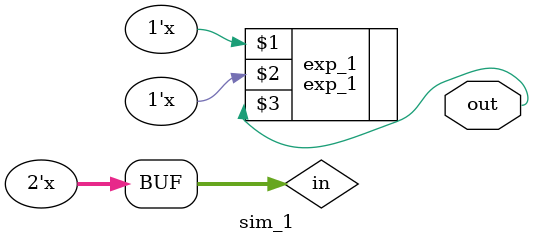
<source format=v>
`timescale 1ns / 1ps

module sim_1(
    output out
    );
    reg[1:0] in;
    initial
    begin
        in = 3'b00;
    end
    always #10
    begin
        in = in + 1;
    end
    exp_1 exp_1(in[1], in[0], out);
endmodule

</source>
